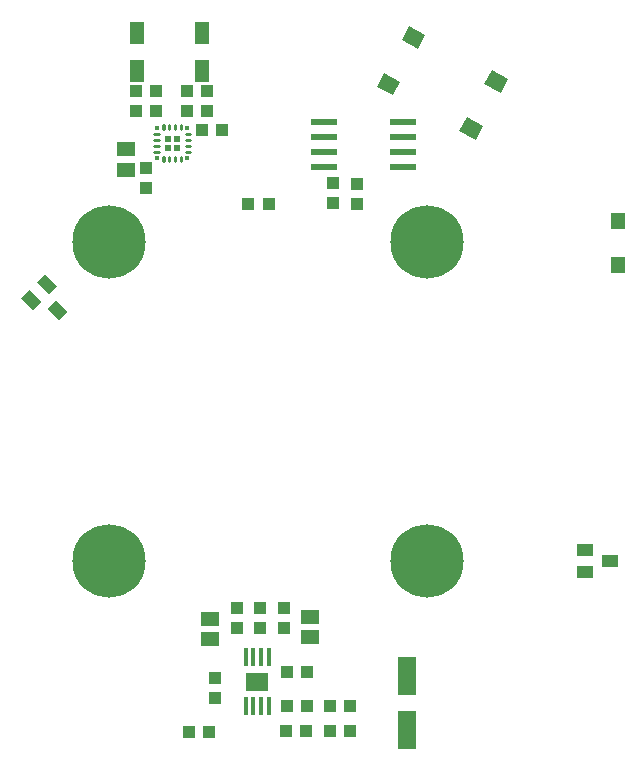
<source format=gtp>
G75*
%MOIN*%
%OFA0B0*%
%FSLAX24Y24*%
%IPPOS*%
%LPD*%
%AMOC8*
5,1,8,0,0,1.08239X$1,22.5*
%
%ADD10C,0.0105*%
%ADD11R,0.0134X0.0134*%
%ADD12R,0.0226X0.0231*%
%ADD13R,0.0225X0.0241*%
%ADD14R,0.0239X0.0240*%
%ADD15R,0.0242X0.0234*%
%ADD16R,0.0433X0.0394*%
%ADD17R,0.0870X0.0240*%
%ADD18R,0.0591X0.0512*%
%ADD19R,0.0394X0.0433*%
%ADD20R,0.0394X0.0551*%
%ADD21R,0.0630X0.0512*%
%ADD22R,0.0630X0.1260*%
%ADD23R,0.0512X0.0748*%
%ADD24R,0.0551X0.0394*%
%ADD25R,0.0157X0.0630*%
%ADD26R,0.0744X0.0618*%
%ADD27R,0.0492X0.0551*%
%ADD28C,0.2441*%
D10*
X010472Y021988D02*
X010478Y021988D01*
X010472Y021988D02*
X010472Y022124D01*
X010478Y022124D01*
X010478Y021988D01*
X010478Y022092D02*
X010472Y022092D01*
X010669Y021988D02*
X010675Y021988D01*
X010669Y021988D02*
X010669Y022124D01*
X010675Y022124D01*
X010675Y021988D01*
X010675Y022092D02*
X010669Y022092D01*
X010866Y021988D02*
X010872Y021988D01*
X010866Y021988D02*
X010866Y022124D01*
X010872Y022124D01*
X010872Y021988D01*
X010872Y022092D02*
X010866Y022092D01*
X011063Y021988D02*
X011069Y021988D01*
X011063Y021988D02*
X011063Y022124D01*
X011069Y022124D01*
X011069Y021988D01*
X011069Y022092D02*
X011063Y022092D01*
X011228Y022283D02*
X011228Y022289D01*
X011364Y022289D01*
X011364Y022283D01*
X011228Y022283D01*
X011228Y022480D02*
X011228Y022486D01*
X011364Y022486D01*
X011364Y022480D01*
X011228Y022480D01*
X011228Y022677D02*
X011228Y022683D01*
X011364Y022683D01*
X011364Y022677D01*
X011228Y022677D01*
X011228Y022874D02*
X011228Y022880D01*
X011364Y022880D01*
X011364Y022874D01*
X011228Y022874D01*
X011069Y023175D02*
X011063Y023175D01*
X011069Y023175D02*
X011069Y023039D01*
X011063Y023039D01*
X011063Y023175D01*
X011069Y023143D02*
X011063Y023143D01*
X010872Y023175D02*
X010866Y023175D01*
X010872Y023175D02*
X010872Y023039D01*
X010866Y023039D01*
X010866Y023175D01*
X010872Y023143D02*
X010866Y023143D01*
X010675Y023175D02*
X010669Y023175D01*
X010675Y023175D02*
X010675Y023039D01*
X010669Y023039D01*
X010669Y023175D01*
X010675Y023143D02*
X010669Y023143D01*
X010478Y023175D02*
X010472Y023175D01*
X010478Y023175D02*
X010478Y023039D01*
X010472Y023039D01*
X010472Y023175D01*
X010478Y023143D02*
X010472Y023143D01*
X010313Y022880D02*
X010313Y022874D01*
X010177Y022874D01*
X010177Y022880D01*
X010313Y022880D01*
X010313Y022683D02*
X010313Y022677D01*
X010177Y022677D01*
X010177Y022683D01*
X010313Y022683D01*
X010313Y022486D02*
X010313Y022480D01*
X010177Y022480D01*
X010177Y022486D01*
X010313Y022486D01*
X010313Y022289D02*
X010313Y022283D01*
X010177Y022283D01*
X010177Y022289D01*
X010313Y022289D01*
D11*
X010273Y022080D03*
X011269Y022084D03*
X011269Y023080D03*
X010273Y023080D03*
D12*
X010618Y022422D03*
D13*
X010617Y022721D03*
D14*
X010918Y022720D03*
D15*
X010916Y022426D03*
D16*
X011332Y002961D03*
X012001Y002961D03*
X014566Y002982D03*
X015235Y002982D03*
X016031Y002982D03*
X016700Y002982D03*
X016691Y003814D03*
X016022Y003814D03*
X015254Y003799D03*
X014585Y003799D03*
X014586Y004947D03*
X015256Y004947D03*
X013979Y020534D03*
X013310Y020534D03*
X012420Y023026D03*
X011751Y023026D03*
X011936Y023645D03*
X011267Y023645D03*
X011263Y024314D03*
X011932Y024314D03*
X010239Y024314D03*
X009570Y024314D03*
X009570Y023645D03*
X010239Y023645D03*
D17*
X015819Y023282D03*
X015819Y022782D03*
X015819Y022282D03*
X015819Y021782D03*
X018469Y021782D03*
X018469Y022282D03*
X018469Y022782D03*
X018469Y023282D03*
D18*
X009235Y022365D03*
X009235Y021696D03*
X012011Y006727D03*
X012011Y006058D03*
X015349Y006113D03*
X015349Y006782D03*
D19*
X014488Y007075D03*
X014488Y006405D03*
X013700Y006405D03*
X012913Y006405D03*
X012913Y007075D03*
X013700Y007075D03*
X012210Y004743D03*
X012210Y004074D03*
X016135Y020574D03*
X016912Y020544D03*
X016912Y021213D03*
X016135Y021243D03*
X009904Y021066D03*
X009904Y021735D03*
D20*
G36*
X006262Y017932D02*
X006540Y018210D01*
X006928Y017822D01*
X006650Y017544D01*
X006262Y017932D01*
G37*
G36*
X005733Y017403D02*
X006011Y017681D01*
X006399Y017293D01*
X006121Y017015D01*
X005733Y017403D01*
G37*
G36*
X006610Y017055D02*
X006888Y017333D01*
X007276Y016945D01*
X006998Y016667D01*
X006610Y017055D01*
G37*
D21*
G36*
X017822Y024910D02*
X018377Y024615D01*
X018136Y024164D01*
X017581Y024459D01*
X017822Y024910D01*
G37*
G36*
X018654Y026474D02*
X019209Y026179D01*
X018968Y025728D01*
X018413Y026023D01*
X018654Y026474D01*
G37*
G36*
X021417Y025005D02*
X021972Y024710D01*
X021731Y024259D01*
X021176Y024554D01*
X021417Y025005D01*
G37*
G36*
X020585Y023441D02*
X021140Y023146D01*
X020899Y022695D01*
X020344Y022990D01*
X020585Y023441D01*
G37*
D22*
X018586Y004830D03*
X018586Y003019D03*
D23*
X011774Y024975D03*
X011774Y026235D03*
X009609Y026235D03*
X009609Y024975D03*
D24*
X024511Y009019D03*
X025377Y008645D03*
X024511Y008271D03*
D25*
X013989Y005450D03*
X013733Y005450D03*
X013477Y005450D03*
X013221Y005450D03*
X013221Y003797D03*
X013477Y003797D03*
X013733Y003797D03*
X013989Y003797D03*
D26*
X013605Y004623D03*
D27*
X025623Y018517D03*
X025623Y019973D03*
D28*
X019274Y019274D03*
X008645Y019274D03*
X008645Y008645D03*
X019274Y008645D03*
M02*

</source>
